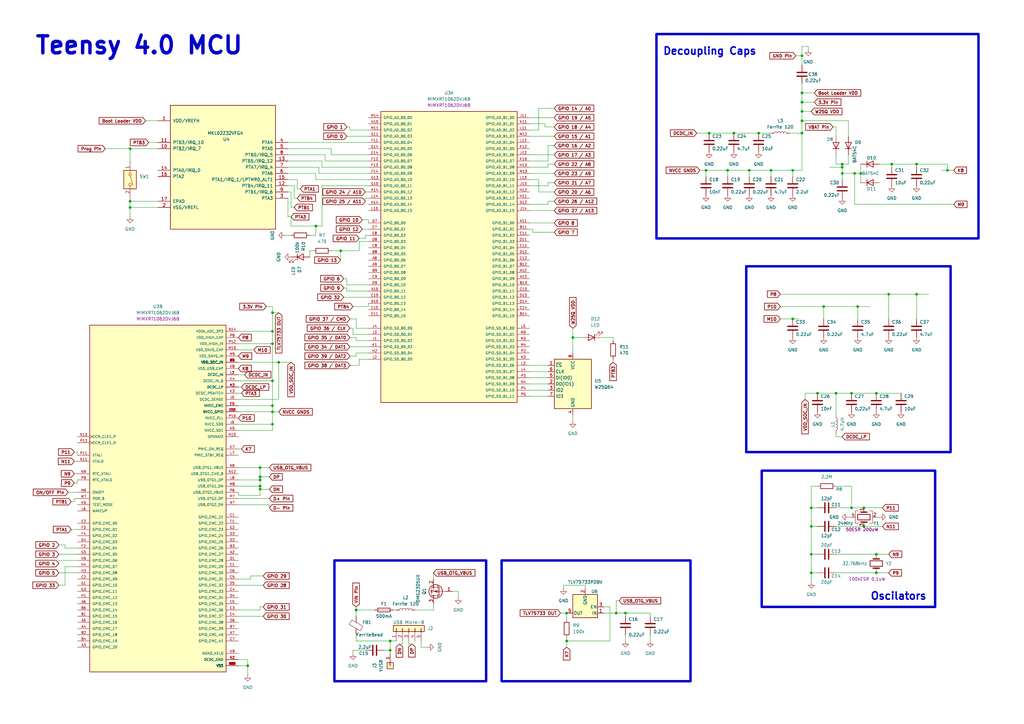
<source format=kicad_sch>
(kicad_sch (version 20230121) (generator eeschema)
  (paper "A3")
  (junction (at 290.83 54.61))
  (junction (at 111.76 135.89))
  (junction (at 353.06 71.12))
  (junction (at 354.33 215.9))
  (junction (at 388.62 69.85))
  (junction (at 53.34 85.09))
  (junction (at 106.68 195.58))
  (junction (at 354.33 208.28))
  (junction (at 337.82 125.73))
  (junction (at 328.93 38.1))
  (junction (at 359.41 227.33))
  (junction (at 106.68 191.77))
  (junction (at 375.92 120.65))
  (junction (at 146.05 250.19))
  (junction (at 289.56 69.85))
  (junction (at 328.93 45.72))
  (junction (at 106.68 196.85))
  (junction (at 160.02 266.7))
  (junction (at 328.93 41.91))
  (junction (at 351.79 125.73))
  (junction (at 345.44 71.12))
  (junction (at 111.76 166.37))
  (junction (at 365.76 67.31))
  (junction (at 53.34 60.96))
  (junction (at 316.23 69.85))
  (junction (at 111.76 156.21))
  (junction (at 364.49 120.65))
  (junction (at 298.45 69.85))
  (junction (at 232.41 251.46))
  (junction (at 160.02 262.89))
  (junction (at 106.68 199.39))
  (junction (at 375.92 67.31))
  (junction (at 256.54 251.46))
  (junction (at 252.73 251.46))
  (junction (at 111.76 168.91))
  (junction (at 111.76 173.99))
  (junction (at 350.52 71.12))
  (junction (at 349.25 161.29))
  (junction (at 332.74 227.33))
  (junction (at 311.15 54.61))
  (junction (at 345.44 67.31))
  (junction (at 129.54 92.71))
  (junction (at 106.68 200.66))
  (junction (at 332.74 215.9))
  (junction (at 307.34 69.85))
  (junction (at 342.9 161.29))
  (junction (at 328.93 22.86))
  (junction (at 332.74 234.95))
  (junction (at 111.76 128.27))
  (junction (at 349.25 208.28))
  (junction (at 325.12 130.81))
  (junction (at 359.41 234.95))
  (junction (at 114.3 148.59))
  (junction (at 345.44 68.58))
  (junction (at 53.34 82.55))
  (junction (at 111.76 140.97))
  (junction (at 332.74 208.28))
  (junction (at 328.93 54.61))
  (junction (at 328.93 49.53))
  (junction (at 139.7 102.87))
  (junction (at 300.99 54.61))
  (junction (at 359.41 161.29))
  (junction (at 234.95 138.43))
  (junction (at 101.6 273.05))
  (junction (at 325.12 69.85))
  (junction (at 232.41 262.89))
  (junction (at 335.28 161.29))
  (wire (pts (xy 111.76 173.99) (xy 111.76 168.91)))
  (wire (pts (xy 224.79 82.55) (xy 224.79 83.82)))
  (wire (pts (xy 375.92 67.31) (xy 388.62 67.31)))
  (wire (pts (xy 342.9 215.9) (xy 354.33 215.9)))
  (wire (pts (xy 354.33 215.9) (xy 361.95 215.9)))
  (wire (pts (xy 102.87 236.22) (xy 107.95 236.22)))
  (wire (pts (xy 266.7 260.35) (xy 266.7 262.89)))
  (wire (pts (xy 254 246.38) (xy 252.73 246.38)))
  (wire (pts (xy 106.68 200.66) (xy 106.68 199.39)))
  (wire (pts (xy 375.92 120.65) (xy 381 120.65)))
  (wire (pts (xy 160.02 267.97) (xy 160.02 266.7)))
  (wire (pts (xy 256.54 251.46) (xy 256.54 252.73)))
  (wire (pts (xy 29.21 205.74) (xy 30.48 205.74)))
  (wire (pts (xy 118.11 88.9) (xy 119.38 88.9)))
  (wire (pts (xy 342.9 161.29) (xy 342.9 170.18)))
  (wire (pts (xy 234.95 134.62) (xy 234.95 138.43)))
  (wire (pts (xy 110.49 204.47) (xy 97.79 204.47)))
  (wire (pts (xy 144.78 266.7) (xy 144.78 267.97)))
  (wire (pts (xy 26.67 240.03) (xy 24.13 240.03)))
  (wire (pts (xy 332.74 208.28) (xy 332.74 215.9)))
  (wire (pts (xy 266.7 251.46) (xy 266.7 252.73)))
  (wire (pts (xy 31.75 232.41) (xy 26.67 232.41)))
  (wire (pts (xy 351.79 125.73) (xy 356.87 125.73)))
  (wire (pts (xy 365.76 67.31) (xy 375.92 67.31)))
  (wire (pts (xy 128.27 102.87) (xy 127 102.87)))
  (wire (pts (xy 217.17 71.12) (xy 227.33 71.12)))
  (wire (pts (xy 139.7 102.87) (xy 139.7 106.68)))
  (wire (pts (xy 224.79 74.93) (xy 227.33 74.93)))
  (wire (pts (xy 232.41 251.46) (xy 232.41 254)))
  (wire (pts (xy 97.79 135.89) (xy 111.76 135.89)))
  (wire (pts (xy 347.98 67.31) (xy 347.98 63.5)))
  (wire (pts (xy 146.05 138.43) (xy 143.51 138.43)))
  (wire (pts (xy 133.35 63.5) (xy 133.35 66.04)))
  (wire (pts (xy 144.78 266.7) (xy 149.86 266.7)))
  (wire (pts (xy 163.83 264.16) (xy 165.1 264.16)))
  (wire (pts (xy 133.35 66.04) (xy 151.13 66.04)))
  (wire (pts (xy 364.49 120.65) (xy 364.49 130.81)))
  (wire (pts (xy 97.79 148.59) (xy 114.3 148.59)))
  (wire (pts (xy 53.34 82.55) (xy 64.77 82.55)))
  (wire (pts (xy 342.9 177.8) (xy 342.9 179.07)))
  (wire (pts (xy 26.67 223.52) (xy 24.13 223.52)))
  (wire (pts (xy 127 102.87) (xy 127 105.41)))
  (wire (pts (xy 220.98 53.34) (xy 220.98 44.45)))
  (wire (pts (xy 111.76 166.37) (xy 111.76 168.91)))
  (wire (pts (xy 345.44 67.31) (xy 345.44 68.58)))
  (wire (pts (xy 252.73 251.46) (xy 256.54 251.46)))
  (wire (pts (xy 26.67 224.79) (xy 26.67 223.52)))
  (wire (pts (xy 330.2 161.29) (xy 330.2 163.83)))
  (wire (pts (xy 349.25 199.39) (xy 342.9 199.39)))
  (wire (pts (xy 118.11 60.96) (xy 135.89 60.96)))
  (wire (pts (xy 326.39 22.86) (xy 328.93 22.86)))
  (wire (pts (xy 106.68 191.77) (xy 106.68 195.58)))
  (wire (pts (xy 129.54 73.66) (xy 151.13 73.66)))
  (wire (pts (xy 149.86 97.79) (xy 147.32 97.79)))
  (wire (pts (xy 140.97 121.92) (xy 151.13 121.92)))
  (wire (pts (xy 217.17 152.4) (xy 224.79 152.4)))
  (wire (pts (xy 104.14 143.51) (xy 97.79 143.51)))
  (wire (pts (xy 217.17 91.44) (xy 227.33 91.44)))
  (wire (pts (xy 151.13 137.16) (xy 144.78 137.16)))
  (wire (pts (xy 31.75 201.93) (xy 27.94 201.93)))
  (wire (pts (xy 129.54 71.12) (xy 129.54 73.66)))
  (wire (pts (xy 391.16 69.85) (xy 388.62 69.85)))
  (wire (pts (xy 110.49 200.66) (xy 106.68 200.66)))
  (wire (pts (xy 147.32 99.06) (xy 147.32 102.87)))
  (wire (pts (xy 151.13 76.2) (xy 132.08 76.2)))
  (wire (pts (xy 97.79 270.51) (xy 101.6 270.51)))
  (wire (pts (xy 170.18 250.19) (xy 177.8 250.19)))
  (wire (pts (xy 142.24 116.84) (xy 151.13 116.84)))
  (wire (pts (xy 345.44 71.12) (xy 345.44 73.66)))
  (wire (pts (xy 146.05 144.78) (xy 151.13 144.78)))
  (wire (pts (xy 354.33 208.28) (xy 361.95 208.28)))
  (wire (pts (xy 97.79 237.49) (xy 102.87 237.49)))
  (wire (pts (xy 218.44 95.25) (xy 218.44 93.98)))
  (wire (pts (xy 143.51 142.24) (xy 151.13 142.24)))
  (wire (pts (xy 217.17 66.04) (xy 224.79 66.04)))
  (wire (pts (xy 232.41 261.62) (xy 232.41 262.89)))
  (wire (pts (xy 151.13 91.44) (xy 151.13 90.17)))
  (wire (pts (xy 97.79 184.15) (xy 99.06 184.15)))
  (wire (pts (xy 106.68 200.66) (xy 106.68 203.2)))
  (wire (pts (xy 187.96 242.57) (xy 187.96 245.11)))
  (wire (pts (xy 342.9 67.31) (xy 345.44 67.31)))
  (wire (pts (xy 118.11 78.74) (xy 119.38 78.74)))
  (wire (pts (xy 111.76 176.53) (xy 111.76 173.99)))
  (wire (pts (xy 110.49 207.01) (xy 110.49 208.28)))
  (wire (pts (xy 332.74 215.9) (xy 332.74 227.33)))
  (wire (pts (xy 53.34 81.28) (xy 53.34 82.55)))
  (wire (pts (xy 147.32 149.86) (xy 147.32 147.32)))
  (wire (pts (xy 177.8 250.19) (xy 177.8 247.65)))
  (wire (pts (xy 97.79 161.29) (xy 99.06 161.29)))
  (wire (pts (xy 118.11 71.12) (xy 129.54 71.12)))
  (wire (pts (xy 121.92 73.66) (xy 121.92 77.47)))
  (wire (pts (xy 111.76 128.27) (xy 114.3 128.27)))
  (wire (pts (xy 217.17 48.26) (xy 227.33 48.26)))
  (wire (pts (xy 118.11 76.2) (xy 120.65 76.2)))
  (wire (pts (xy 217.17 63.5) (xy 227.33 63.5)))
  (wire (pts (xy 97.79 250.19) (xy 106.68 250.19)))
  (wire (pts (xy 328.93 38.1) (xy 328.93 41.91)))
  (wire (pts (xy 129.54 96.52) (xy 127 96.52)))
  (wire (pts (xy 345.44 67.31) (xy 347.98 67.31)))
  (wire (pts (xy 149.86 81.28) (xy 149.86 82.55)))
  (wire (pts (xy 224.79 59.69) (xy 227.33 59.69)))
  (wire (pts (xy 224.79 68.58) (xy 224.79 67.31)))
  (wire (pts (xy 135.89 102.87) (xy 139.7 102.87)))
  (wire (pts (xy 30.48 194.31) (xy 31.75 194.31)))
  (wire (pts (xy 342.9 63.5) (xy 342.9 67.31)))
  (wire (pts (xy 97.79 168.91) (xy 111.76 168.91)))
  (wire (pts (xy 132.08 92.71) (xy 129.54 92.71)))
  (wire (pts (xy 231.14 240.03) (xy 240.03 240.03)))
  (wire (pts (xy 340.36 68.58) (xy 345.44 68.58)))
  (wire (pts (xy 349.25 161.29) (xy 359.41 161.29)))
  (wire (pts (xy 325.12 69.85) (xy 325.12 72.39)))
  (wire (pts (xy 114.3 163.83) (xy 97.79 163.83)))
  (wire (pts (xy 217.17 162.56) (xy 224.79 162.56)))
  (wire (pts (xy 252.73 246.38) (xy 252.73 251.46)))
  (wire (pts (xy 119.38 92.71) (xy 119.38 88.9)))
  (wire (pts (xy 135.89 63.5) (xy 151.13 63.5)))
  (wire (pts (xy 359.41 227.33) (xy 364.49 227.33)))
  (wire (pts (xy 256.54 251.46) (xy 266.7 251.46)))
  (wire (pts (xy 350.52 83.82) (xy 391.16 83.82)))
  (wire (pts (xy 148.59 93.98) (xy 151.13 93.98)))
  (wire (pts (xy 43.18 60.96) (xy 53.34 60.96)))
  (wire (pts (xy 30.48 204.47) (xy 31.75 204.47)))
  (wire (pts (xy 53.34 85.09) (xy 53.34 88.9)))
  (wire (pts (xy 143.51 53.34) (xy 151.13 53.34)))
  (wire (pts (xy 132.08 68.58) (xy 151.13 68.58)))
  (wire (pts (xy 289.56 69.85) (xy 289.56 72.39)))
  (wire (pts (xy 26.67 232.41) (xy 26.67 240.03)))
  (wire (pts (xy 337.82 125.73) (xy 351.79 125.73)))
  (wire (pts (xy 114.3 148.59) (xy 114.3 163.83)))
  (wire (pts (xy 143.51 149.86) (xy 147.32 149.86)))
  (wire (pts (xy 298.45 69.85) (xy 298.45 72.39)))
  (wire (pts (xy 227.33 82.55) (xy 224.79 82.55)))
  (wire (pts (xy 172.72 262.89) (xy 172.72 265.43)))
  (wire (pts (xy 342.9 234.95) (xy 359.41 234.95)))
  (wire (pts (xy 139.7 102.87) (xy 147.32 102.87)))
  (wire (pts (xy 187.96 242.57) (xy 185.42 242.57)))
  (wire (pts (xy 146.05 139.7) (xy 146.05 138.43)))
  (wire (pts (xy 144.78 134.62) (xy 143.51 134.62)))
  (wire (pts (xy 250.19 262.89) (xy 250.19 248.92)))
  (wire (pts (xy 332.74 227.33) (xy 335.28 227.33)))
  (wire (pts (xy 119.38 96.52) (xy 116.84 96.52)))
  (wire (pts (xy 347.98 212.09) (xy 349.25 212.09)))
  (wire (pts (xy 328.93 45.72) (xy 328.93 49.53)))
  (wire (pts (xy 320.04 125.73) (xy 337.82 125.73)))
  (wire (pts (xy 342.9 179.07) (xy 345.44 179.07)))
  (wire (pts (xy 224.79 76.2) (xy 224.79 74.93)))
  (wire (pts (xy 146.05 146.05) (xy 146.05 144.78)))
  (wire (pts (xy 316.23 69.85) (xy 325.12 69.85)))
  (wire (pts (xy 165.1 262.89) (xy 165.1 264.16)))
  (wire (pts (xy 227.33 95.25) (xy 218.44 95.25)))
  (wire (pts (xy 106.68 248.92) (xy 107.95 248.92)))
  (wire (pts (xy 31.75 185.42) (xy 31.75 186.69)))
  (wire (pts (xy 142.24 118.11) (xy 142.24 119.38)))
  (wire (pts (xy 149.86 96.52) (xy 149.86 97.79)))
  (wire (pts (xy 337.82 125.73) (xy 337.82 130.81)))
  (wire (pts (xy 97.79 273.05) (xy 101.6 273.05)))
  (wire (pts (xy 146.05 250.19) (xy 146.05 252.73)))
  (wire (pts (xy 359.41 234.95) (xy 364.49 234.95)))
  (wire (pts (xy 121.92 77.47) (xy 123.19 77.47)))
  (wire (pts (xy 135.89 60.96) (xy 135.89 63.5)))
  (wire (pts (xy 24.13 231.14) (xy 24.13 229.87)))
  (wire (pts (xy 129.54 92.71) (xy 129.54 96.52)))
  (wire (pts (xy 106.68 196.85) (xy 106.68 199.39)))
  (wire (pts (xy 151.13 139.7) (xy 146.05 139.7)))
  (wire (pts (xy 111.76 140.97) (xy 111.76 156.21)))
  (wire (pts (xy 217.17 157.48) (xy 224.79 157.48)))
  (wire (pts (xy 167.64 262.89) (xy 167.64 264.16)))
  (wire (pts (xy 142.24 52.07) (xy 143.51 52.07)))
  (wire (pts (xy 328.93 41.91) (xy 334.01 41.91)))
  (wire (pts (xy 311.15 54.61) (xy 300.99 54.61)))
  (wire (pts (xy 100.33 153.67) (xy 97.79 153.67)))
  (wire (pts (xy 118.11 66.04) (xy 132.08 66.04)))
  (wire (pts (xy 217.17 149.86) (xy 224.79 149.86)))
  (wire (pts (xy 97.79 252.73) (xy 107.95 252.73)))
  (wire (pts (xy 328.93 19.05) (xy 328.93 22.86)))
  (wire (pts (xy 217.17 53.34) (xy 220.98 53.34)))
  (wire (pts (xy 335.28 199.39) (xy 332.74 199.39)))
  (wire (pts (xy 217.17 154.94) (xy 224.79 154.94)))
  (wire (pts (xy 106.68 250.19) (xy 106.68 248.92)))
  (wire (pts (xy 388.62 69.85) (xy 388.62 67.31)))
  (wire (pts (xy 251.46 138.43) (xy 251.46 139.7)))
  (wire (pts (xy 97.79 140.97) (xy 111.76 140.97)))
  (wire (pts (xy 353.06 67.31) (xy 353.06 71.12)))
  (wire (pts (xy 220.98 73.66) (xy 220.98 78.74)))
  (wire (pts (xy 106.68 199.39) (xy 97.79 199.39)))
  (wire (pts (xy 320.04 130.81) (xy 325.12 130.81)))
  (wire (pts (xy 118.11 63.5) (xy 133.35 63.5)))
  (wire (pts (xy 323.85 54.61) (xy 328.93 54.61)))
  (wire (pts (xy 232.41 262.89) (xy 250.19 262.89)))
  (wire (pts (xy 97.79 207.01) (xy 110.49 207.01)))
  (wire (pts (xy 111.76 135.89) (xy 111.76 140.97)))
  (wire (pts (xy 110.49 195.58) (xy 106.68 195.58)))
  (wire (pts (xy 285.75 54.61) (xy 290.83 54.61)))
  (wire (pts (xy 101.6 270.51) (xy 101.6 273.05)))
  (wire (pts (xy 251.46 147.32) (xy 251.46 148.59)))
  (wire (pts (xy 167.64 264.16) (xy 168.91 264.16)))
  (wire (pts (xy 223.52 52.07) (xy 227.33 52.07)))
  (wire (pts (xy 102.87 237.49) (xy 102.87 236.22)))
  (wire (pts (xy 320.04 120.65) (xy 364.49 120.65)))
  (wire (pts (xy 345.44 68.58) (xy 345.44 71.12)))
  (wire (pts (xy 97.79 158.75) (xy 99.06 158.75)))
  (wire (pts (xy 106.68 196.85) (xy 97.79 196.85)))
  (wire (pts (xy 328.93 41.91) (xy 328.93 45.72)))
  (wire (pts (xy 353.06 71.12) (xy 353.06 74.93)))
  (wire (pts (xy 146.05 260.35) (xy 146.05 262.89)))
  (wire (pts (xy 351.79 125.73) (xy 351.79 130.81)))
  (wire (pts (xy 119.38 85.09) (xy 120.65 85.09)))
  (wire (pts (xy 307.34 69.85) (xy 316.23 69.85)))
  (wire (pts (xy 335.28 161.29) (xy 342.9 161.29)))
  (wire (pts (xy 140.97 118.11) (xy 142.24 118.11)))
  (wire (pts (xy 331.47 19.05) (xy 328.93 19.05)))
  (wire (pts (xy 332.74 234.95) (xy 335.28 234.95)))
  (wire (pts (xy 350.52 71.12) (xy 353.06 71.12)))
  (wire (pts (xy 143.51 146.05) (xy 146.05 146.05)))
  (wire (pts (xy 316.23 69.85) (xy 316.23 72.39)))
  (wire (pts (xy 217.17 76.2) (xy 224.79 76.2)))
  (wire (pts (xy 31.75 196.85) (xy 31.75 198.12)))
  (wire (pts (xy 334.01 38.1) (xy 328.93 38.1)))
  (wire (pts (xy 97.79 176.53) (xy 111.76 176.53)))
  (wire (pts (xy 60.96 58.42) (xy 64.77 58.42)))
  (wire (pts (xy 347.98 49.53) (xy 328.93 49.53)))
  (wire (pts (xy 287.02 69.85) (xy 289.56 69.85)))
  (wire (pts (xy 232.41 262.89) (xy 232.41 265.43)))
  (wire (pts (xy 256.54 260.35) (xy 256.54 262.89)))
  (wire (pts (xy 64.77 60.96) (xy 53.34 60.96)))
  (wire (pts (xy 151.13 99.06) (xy 147.32 99.06)))
  (wire (pts (xy 106.68 195.58) (xy 106.68 196.85)))
  (wire (pts (xy 24.13 234.95) (xy 31.75 234.95)))
  (wire (pts (xy 342.9 208.28) (xy 349.25 208.28)))
  (wire (pts (xy 53.34 82.55) (xy 53.34 85.09)))
  (wire (pts (xy 97.79 203.2) (xy 97.79 201.93)))
  (wire (pts (xy 359.41 212.09) (xy 360.68 212.09)))
  (wire (pts (xy 375.92 67.31) (xy 375.92 68.58)))
  (wire (pts (xy 217.17 86.36) (xy 227.33 86.36)))
  (wire (pts (xy 177.8 234.95) (xy 177.8 237.49)))
  (wire (pts (xy 120.65 76.2) (xy 120.65 81.28)))
  (wire (pts (xy 31.75 189.23) (xy 30.48 189.23)))
  (wire (pts (xy 31.75 224.79) (xy 26.67 224.79)))
  (wire (pts (xy 111.76 125.73) (xy 111.76 128.27)))
  (wire (pts (xy 118.11 68.58) (xy 130.81 68.58)))
  (wire (pts (xy 328.93 26.67) (xy 328.93 22.86)))
  (wire (pts (xy 143.51 52.07) (xy 143.51 53.34)))
  (wire (pts (xy 29.21 217.17) (xy 31.75 217.17)))
  (wire (pts (xy 132.08 66.04) (xy 132.08 68.58)))
  (wire (pts (xy 151.13 134.62) (xy 146.05 134.62)))
  (wire (pts (xy 217.17 68.58) (xy 224.79 68.58)))
  (wire (pts (xy 229.87 251.46) (xy 232.41 251.46)))
  (wire (pts (xy 350.52 71.12) (xy 350.52 83.82)))
  (wire (pts (xy 111.76 125.73) (xy 109.22 125.73)))
  (wire (pts (xy 217.17 73.66) (xy 220.98 73.66)))
  (wire (pts (xy 97.79 166.37) (xy 111.76 166.37)))
  (wire (pts (xy 359.41 161.29) (xy 369.57 161.29)))
  (wire (pts (xy 114.3 148.59) (xy 119.38 148.59)))
  (wire (pts (xy 162.56 250.19) (xy 161.29 250.19)))
  (wire (pts (xy 217.17 55.88) (xy 227.33 55.88)))
  (wire (pts (xy 331.47 19.05) (xy 331.47 20.32)))
  (wire (pts (xy 157.48 266.7) (xy 160.02 266.7)))
  (wire (pts (xy 111.76 128.27) (xy 111.76 135.89)))
  (wire (pts (xy 220.98 44.45) (xy 227.33 44.45)))
  (wire (pts (xy 234.95 138.43) (xy 234.95 144.78)))
  (wire (pts (xy 341.63 52.07) (xy 342.9 52.07)))
  (wire (pts (xy 386.08 69.85) (xy 388.62 69.85)))
  (wire (pts (xy 97.79 240.03) (xy 107.95 240.03)))
  (wire (pts (xy 342.9 52.07) (xy 342.9 55.88)))
  (wire (pts (xy 342.9 161.29) (xy 349.25 161.29)))
  (wire (pts (xy 328.93 45.72) (xy 332.74 45.72)))
  (wire (pts (xy 24.13 229.87) (xy 31.75 229.87)))
  (wire (pts (xy 53.34 85.09) (xy 64.77 85.09)))
  (wire (pts (xy 349.25 199.39) (xy 349.25 208.28)))
  (wire (pts (xy 147.32 147.32) (xy 151.13 147.32)))
  (wire (pts (xy 224.79 67.31) (xy 227.33 67.31)))
  (wire (pts (xy 111.76 168.91) (xy 114.3 168.91)))
  (wire (pts (xy 118.11 81.28) (xy 118.11 88.9)))
  (wire (pts (xy 345.44 71.12) (xy 350.52 71.12)))
  (wire (pts (xy 332.74 208.28) (xy 335.28 208.28)))
  (wire (pts (xy 360.68 67.31) (xy 365.76 67.31)))
  (wire (pts (xy 330.2 161.29) (xy 335.28 161.29)))
  (wire (pts (xy 240.03 240.03) (xy 240.03 241.3)))
  (wire (pts (xy 342.9 227.33) (xy 359.41 227.33)))
  (wire (pts (xy 325.12 130.81) (xy 327.66 130.81)))
  (wire (pts (xy 106.68 191.77) (xy 110.49 191.77)))
  (wire (pts (xy 151.13 81.28) (xy 149.86 81.28)))
  (wire (pts (xy 148.59 90.17) (xy 151.13 90.17)))
  (wire (pts (xy 132.08 76.2) (xy 132.08 92.71)))
  (wire (pts (xy 97.79 156.21) (xy 111.76 156.21)))
  (wire (pts (xy 140.97 114.3) (xy 142.24 114.3)))
  (wire (pts (xy 142.24 119.38) (xy 151.13 119.38)))
  (wire (pts (xy 224.79 66.04) (xy 224.79 59.69)))
  (wire (pts (xy 149.86 78.74) (xy 151.13 78.74)))
  (wire (pts (xy 307.34 69.85) (xy 307.34 72.39)))
  (wire (pts (xy 247.65 251.46) (xy 252.73 251.46)))
  (wire (pts (xy 130.81 68.58) (xy 130.81 71.12)))
  (wire (pts (xy 151.13 125.73) (xy 151.13 124.46)))
  (wire (pts (xy 375.92 120.65) (xy 375.92 130.81)))
  (wire (pts (xy 129.54 92.71) (xy 119.38 92.71)))
  (wire (pts (xy 97.79 191.77) (xy 106.68 191.77)))
  (wire (pts (xy 111.76 156.21) (xy 111.76 166.37)))
  (wire (pts (xy 59.69 49.53) (xy 64.77 49.53)))
  (wire (pts (xy 118.11 73.66) (xy 121.92 73.66)))
  (wire (pts (xy 238.76 138.43) (xy 234.95 138.43)))
  (wire (pts (xy 300.99 54.61) (xy 290.83 54.61)))
  (wire (pts (xy 328.93 34.29) (xy 328.93 38.1)))
  (wire (pts (xy 118.11 58.42) (xy 151.13 58.42)))
  (wire (pts (xy 31.75 198.12) (xy 30.48 198.12)))
  (wire (pts (xy 328.93 49.53) (xy 328.93 54.61)))
  (wire (pts (xy 347.98 55.88) (xy 347.98 49.53)))
  (wire (pts (xy 250.19 248.92) (xy 247.65 248.92)))
  (wire (pts (xy 231.14 241.3) (xy 231.14 240.03)))
  (wire (pts (xy 146.05 262.89) (xy 160.02 262.89)))
  (wire (pts (xy 332.74 234.95) (xy 332.74 238.76)))
  (wire (pts (xy 223.52 50.8) (xy 223.52 52.07)))
  (wire (pts (xy 151.13 96.52) (xy 149.86 96.52)))
  (wire (pts (xy 172.72 265.43) (xy 175.26 265.43)))
  (wire (pts (xy 119.38 78.74) (xy 119.38 85.09)))
  (wire (pts (xy 224.79 83.82) (xy 217.17 83.82)))
  (wire (pts (xy 97.79 173.99) (xy 111.76 173.99)))
  (wire (pts (xy 142.24 114.3) (xy 142.24 116.84)))
  (wire (pts (xy 220.98 78.74) (xy 227.33 78.74)))
  (wire (pts (xy 234.95 170.18) (xy 234.95 172.72)))
  (wire (pts (xy 289.56 69.85) (xy 298.45 69.85)))
  (wire (pts (xy 30.48 205.74) (xy 30.48 204.47)))
  (wire (pts (xy 101.6 273.05) (xy 101.6 276.86)))
  (wire (pts (xy 311.15 54.61) (xy 316.23 54.61)))
  (wire (pts (xy 146.05 130.81) (xy 143.51 130.81)))
  (wire (pts (xy 332.74 227.33) (xy 332.74 234.95)))
  (wire (pts (xy 97.79 203.2) (xy 106.68 203.2)))
  (wire (pts (xy 53.34 60.96) (xy 53.34 66.04)))
  (wire (pts (xy 217.17 160.02) (xy 224.79 160.02)))
  (wire (pts (xy 146.05 250.19) (xy 153.67 250.19)))
  (wire (pts (xy 160.02 262.89) (xy 160.02 266.7)))
  (wire (pts (xy 146.05 134.62) (xy 146.05 130.81)))
  (wire (pts (xy 365.76 67.31) (xy 365.76 68.58)))
  (wire (pts (xy 349.25 208.28) (xy 354.33 208.28)))
  (wire (pts (xy 217.17 50.8) (xy 223.52 50.8)))
  (wire (pts (xy 144.78 125.73) (xy 151.13 125.73)))
  (wire (pts (xy 120.65 81.28) (xy 121.92 81.28)))
  (wire (pts (xy 146.05 250.19) (xy 146.05 248.92)))
  (wire (pts (xy 30.48 185.42) (xy 31.75 185.42)))
  (wire (pts (xy 332.74 199.39) (xy 332.74 208.28)))
  (wire (pts (xy 246.38 138.43) (xy 251.46 138.43)))
  (wire (pts (xy 218.44 93.98) (xy 217.17 93.98)))
  (wire (pts (xy 328.93 54.61) (xy 328.93 69.85)))
  (wire (pts (xy 144.78 137.16) (xy 144.78 134.62)))
  (wire (pts (xy 142.24 55.88) (xy 151.13 55.88)))
  (wire (pts (xy 160.02 262.89) (xy 162.56 262.89)))
  (wire (pts (xy 130.81 71.12) (xy 151.13 71.12)))
  (wire (pts (xy 24.13 227.33) (xy 31.75 227.33)))
  (wire (pts (xy 298.45 69.85) (xy 307.34 69.85)))
  (wire (pts (xy 332.74 215.9) (xy 335.28 215.9)))
  (wire (pts (xy 364.49 120.65) (xy 375.92 120.65)))
  (wire (pts (xy 325.12 69.85) (xy 328.93 69.85)))
  (rectangle (start 137.16 229.87) (end 199.39 279.4) (stroke (width 1)))
  (rectangle (start 269.24 13.97) (end 401.32 97.79) (stroke (width 1)))
  (rectangle (start 312.42 193.04) (end 383.54 248.92) (stroke (width 1)))
  (rectangle (start 306.07 109.22) (end 389.89 185.42) (stroke (width 1)))
  (rectangle (start 205.74 229.87) (end 283.21 279.4) (stroke (width 1)))
  (text "Decoupling Caps\n" (at 271.78 22.86 0) (effects (font (size 3 3) bold) (justify left bottom)))
  (text "Oscilators" (at 356.87 246.38 0) (effects (font (size 3 3) bold) (justify left bottom)))
  (text "Teensy 4.0 MCU\n" (at 13.97 22.86 0) (effects (font (size 7 7) (thickness 1.4) bold) (justify left bottom)))
  (global_label "GPIO 9" (shape input) (at 140.97 118.11 180) (effects (font bold)) (property "Intersheetrefs" "${INTERSHEET_REFS}" (effects hide)))
  (global_label "PTB1" (shape input) (at 29.21 205.74 180) (effects (font bold)) (property "Intersheetrefs" "${INTERSHEET_REFS}" (effects hide)))
  (global_label "PTB3" (shape input) (at 60.96 58.42 180) (effects (font bold)) (property "Intersheetrefs" "${INTERSHEET_REFS}" (effects hide)))
  (global_label "K8" (shape input) (at 391.16 69.85 0) (effects (font bold)) (property "Intersheetrefs" "${INTERSHEET_REFS}" (effects hide)))
  (global_label "P11" (shape input) (at 30.48 185.42 180) (effects (font bold)) (property "Intersheetrefs" "${INTERSHEET_REFS}" (effects hide)))
  (global_label "M10" (shape input) (at 320.04 130.81 180) (effects (font bold)) (property "Intersheetrefs" "${INTERSHEET_REFS}" (effects hide)))
  (global_label "PTB1" (shape input) (at 120.65 85.09 0) (effects (font bold)) (property "Intersheetrefs" "${INTERSHEET_REFS}" (effects hide)))
  (global_label "Boot Loader VDD" (shape input) (at 59.69 49.53 180) (effects (font bold)) (property "Intersheetrefs" "${INTERSHEET_REFS}" (effects hide)))
  (global_label "PTA3" (shape input) (at 99.06 161.29 0) (effects (font bold)) (property "Intersheetrefs" "${INTERSHEET_REFS}" (effects hide)))
  (global_label "GPIO 3" (shape input) (at 24.13 227.33 180) (effects (font bold)) (property "Intersheetrefs" "${INTERSHEET_REFS}" (effects hide)))
  (global_label "GPIO 31" (shape input) (at 107.95 248.92 0) (effects (font bold)) (property "Intersheetrefs" "${INTERSHEET_REFS}" (effects hide)))
  (global_label "N11" (shape input) (at 361.95 215.9 0) (effects (font bold)) (property "Intersheetrefs" "${INTERSHEET_REFS}" (effects hide)))
  (global_label "3.3V Pin" (shape input) (at 334.01 41.91 0) (effects (font bold)) (property "Intersheetrefs" "${INTERSHEET_REFS}" (effects hide)))
  (global_label "GPIO 25 {slash} A11" (shape input) (at 149.86 82.55 180) (effects (font bold)) (property "Intersheetrefs" "${INTERSHEET_REFS}" (effects hide)))
  (global_label "GPIO 21 {slash} A7" (shape input) (at 227.33 74.93 0) (effects (font bold)) (property "Intersheetrefs" "${INTERSHEET_REFS}" (effects hide)))
  (global_label "K7" (shape input) (at 99.06 184.15 0) (effects (font bold)) (property "Intersheetrefs" "${INTERSHEET_REFS}" (effects hide)))
  (global_label "M9" (shape input) (at 391.16 83.82 0) (effects (font bold)) (property "Intersheetrefs" "${INTERSHEET_REFS}" (effects hide)))
  (global_label "GPIO 1" (shape input) (at 142.24 52.07 180) (effects (font bold)) (property "Intersheetrefs" "${INTERSHEET_REFS}" (effects hide)))
  (global_label "GPIO 27 {slash} A13" (shape input) (at 227.33 86.36 0) (effects (font bold)) (property "Intersheetrefs" "${INTERSHEET_REFS}" (effects hide)))
  (global_label "GPIO 36 {slash} CLK" (shape input) (at 143.51 134.62 180) (effects (font bold)) (property "Intersheetrefs" "${INTERSHEET_REFS}" (effects hide)))
  (global_label "GPIO 38 {slash} DAT3" (shape input) (at 143.51 149.86 180) (effects (font bold)) (property "Intersheetrefs" "${INTERSHEET_REFS}" (effects hide)))
  (global_label "DCDC_IN" (shape input) (at 285.75 54.61 180) (effects (font bold)) (property "Intersheetrefs" "${INTERSHEET_REFS}" (effects hide)))
  (global_label "DN" (shape input) (at 110.49 200.66 0) (effects (font bold)) (property "Intersheetrefs" "${INTERSHEET_REFS}" (effects hide)))
  (global_label "ON{slash}OFF Pin" (shape input) (at 27.94 201.93 180) (effects (font bold)) (property "Intersheetrefs" "${INTERSHEET_REFS}" (effects hide)))
  (global_label "TLV75733 OUT" (shape input) (at 229.87 251.46 180) (effects (font bold)) (property "Intersheetrefs" "${INTERSHEET_REFS}" (effects hide)))
  (global_label "PTB4" (shape input) (at 144.78 125.73 180) (effects (font bold)) (property "Intersheetrefs" "${INTERSHEET_REFS}" (effects hide)))
  (global_label "GPIO 34 {slash} DAT1" (shape input) (at 143.51 142.24 180) (effects (font bold)) (property "Intersheetrefs" "${INTERSHEET_REFS}" (effects hide)))
  (global_label "USB_OTG_VBUS" (shape input) (at 254 246.38 0) (effects (font bold)) (property "Intersheetrefs" "${INTERSHEET_REFS}" (effects hide)))
  (global_label "DCDC_IN" (shape input) (at 100.33 153.67 0) (effects (font bold)) (property "Intersheetrefs" "${INTERSHEET_REFS}" (effects hide)))
  (global_label "GPIO 13" (shape input) (at 139.7 106.68 180) (effects (font bold)) (property "Intersheetrefs" "${INTERSHEET_REFS}" (effects hide)))
  (global_label "GPIO 11" (shape input) (at 147.32 97.79 180) (effects (font bold)) (property "Intersheetrefs" "${INTERSHEET_REFS}" (effects hide)))
  (global_label "VDD_SOC_IN" (shape input) (at 119.38 148.59 270) (effects (font bold)) (property "Intersheetrefs" "${INTERSHEET_REFS}" (effects hide)))
  (global_label "TLV75733 OUT" (shape input) (at 114.3 128.27 270) (effects (font bold)) (property "Intersheetrefs" "${INTERSHEET_REFS}" (effects hide)))
  (global_label "GPIO 0" (shape input) (at 142.24 55.88 180) (effects (font bold)) (property "Intersheetrefs" "${INTERSHEET_REFS}" (effects hide)))
  (global_label "GPIO 26 {slash} A12" (shape input) (at 227.33 82.55 0) (effects (font bold)) (property "Intersheetrefs" "${INTERSHEET_REFS}" (effects hide)))
  (global_label "PTA3" (shape input) (at 119.38 88.9 0) (effects (font bold)) (property "Intersheetrefs" "${INTERSHEET_REFS}" (effects hide)))
  (global_label "VDD_SOC_IN" (shape input) (at 330.2 163.83 270) (effects (font bold)) (property "Intersheetrefs" "${INTERSHEET_REFS}" (effects hide)))
  (global_label "GPIO 29" (shape input) (at 107.95 236.22 0) (effects (font bold)) (property "Intersheetrefs" "${INTERSHEET_REFS}" (effects hide)))
  (global_label "GPIO 15 {slash} A1" (shape input) (at 227.33 55.88 0) (effects (font bold)) (property "Intersheetrefs" "${INTERSHEET_REFS}" (effects hide)))
  (global_label "DP" (shape input) (at 110.49 195.58 0) (effects (font bold)) (property "Intersheetrefs" "${INTERSHEET_REFS}" (effects hide)))
  (global_label "P11" (shape input) (at 361.95 208.28 0) (effects (font bold)) (property "Intersheetrefs" "${INTERSHEET_REFS}" (effects hide)))
  (global_label "GPIO 7" (shape input) (at 227.33 95.25 0) (effects (font bold)) (property "Intersheetrefs" "${INTERSHEET_REFS}" (effects hide)))
  (global_label "PTB4" (shape input) (at 121.92 81.28 0) (effects (font bold)) (property "Intersheetrefs" "${INTERSHEET_REFS}" (effects hide)))
  (global_label "GPIO 10" (shape input) (at 148.59 90.17 180) (effects (font bold)) (property "Intersheetrefs" "${INTERSHEET_REFS}" (effects hide)))
  (global_label "P10" (shape input) (at 97.79 171.45 0) (effects (font bold)) (property "Intersheetrefs" "${INTERSHEET_REFS}" (effects hide)))
  (global_label "GPIO 20 {slash} A6" (shape input) (at 227.33 78.74 0) (effects (font bold)) (property "Intersheetrefs" "${INTERSHEET_REFS}" (effects hide)))
  (global_label "GPIO 4" (shape input) (at 24.13 231.14 180) (effects (font bold)) (property "Intersheetrefs" "${INTERSHEET_REFS}" (effects hide)))
  (global_label "GPIO 14 {slash} A0" (shape input) (at 227.33 44.45 0) (effects (font bold)) (property "Intersheetrefs" "${INTERSHEET_REFS}" (effects hide)))
  (global_label "DCDC_LP" (shape input) (at 99.06 158.75 0) (effects (font bold)) (property "Intersheetrefs" "${INTERSHEET_REFS}" (effects hide)))
  (global_label "NVCC GNDS" (shape input) (at 287.02 69.85 180) (effects (font bold)) (property "Intersheetrefs" "${INTERSHEET_REFS}" (effects hide)))
  (global_label "N9" (shape input) (at 30.48 194.31 180) (effects (font bold)) (property "Intersheetrefs" "${INTERSHEET_REFS}" (effects hide)))
  (global_label "GPIO 35 {slash} DAT0" (shape input) (at 143.51 138.43 180) (effects (font bold)) (property "Intersheetrefs" "${INTERSHEET_REFS}" (effects hide)))
  (global_label "GPIO 30" (shape input) (at 107.95 252.73 0) (effects (font bold)) (property "Intersheetrefs" "${INTERSHEET_REFS}" (effects hide)))
  (global_label "K7" (shape input) (at 232.41 265.43 270) (effects (font bold)) (property "Intersheetrefs" "${INTERSHEET_REFS}" (effects hide)))
  (global_label "GPIO 24 {slash} A10" (shape input) (at 149.86 78.74 180) (effects (font bold)) (property "Intersheetrefs" "${INTERSHEET_REFS}" (effects hide)))
  (global_label "NVCC GNDS" (shape input) (at 114.3 168.91 0) (effects (font bold)) (property "Intersheetrefs" "${INTERSHEET_REFS}" (effects hide)))
  (global_label "GND Pin" (shape input) (at 326.39 22.86 180) (effects (font bold)) (property "Intersheetrefs" "${INTERSHEET_REFS}" (effects hide)))
  (global_label "W25Q VDD" (shape input) (at 332.74 45.72 0) (effects (font bold)) (property "Intersheetrefs" "${INTERSHEET_REFS}" (effects hide)))
  (global_label "VIN Pin" (shape input) (at 146.05 248.92 90) (effects (font bold)) (property "Intersheetrefs" "${INTERSHEET_REFS}" (effects hide)))
  (global_label "GPIO 2" (shape input) (at 24.13 223.52 180) (effects (font bold)) (property "Intersheetrefs" "${INTERSHEET_REFS}" (effects hide)))
  (global_label "USB_OTG_VBUS" (shape input) (at 110.49 191.77 0) (effects (font bold)) (property "Intersheetrefs" "${INTERSHEET_REFS}" (effects hide)))
  (global_label "USB_OTG_VBUS" (shape input) (at 177.8 234.95 0) (effects (font bold)) (property "Intersheetrefs" "${INTERSHEET_REFS}" (effects hide)))
  (global_label "GPIO 23 {slash} A9" (shape input) (at 227.33 71.12 0) (effects (font bold)) (property "Intersheetrefs" "${INTERSHEET_REFS}" (effects hide)))
  (global_label "N9" (shape input) (at 364.49 227.33 0) (effects (font bold)) (property "Intersheetrefs" "${INTERSHEET_REFS}" (effects hide)))
  (global_label "GPIO 28" (shape input) (at 107.95 240.03 0) (effects (font bold)) (property "Intersheetrefs" "${INTERSHEET_REFS}" (effects hide)))
  (global_label "DN" (shape input) (at 163.83 264.16 270) (effects (font bold)) (property "Intersheetrefs" "${INTERSHEET_REFS}" (effects hide)))
  (global_label "M10" (shape input) (at 104.14 143.51 0) (effects (font bold)) (property "Intersheetrefs" "${INTERSHEET_REFS}" (effects hide)))
  (global_label "GPIO 8" (shape input) (at 227.33 91.44 0) (effects (font bold)) (property "Intersheetrefs" "${INTERSHEET_REFS}" (effects hide)))
  (global_label "GPIO 5" (shape input) (at 24.13 234.95 180) (effects (font bold)) (property "Intersheetrefs" "${INTERSHEET_REFS}" (effects hide)))
  (global_label "P9" (shape input) (at 30.48 198.12 180) (effects (font bold)) (property "Intersheetrefs" "${INTERSHEET_REFS}" (effects hide)))
  (global_label "W25Q VDD" (shape input) (at 234.95 134.62 90) (effects (font bold)) (property "Intersheetrefs" "${INTERSHEET_REFS}" (effects hide)))
  (global_label "GPIO 32" (shape input) (at 140.97 121.92 180) (effects (font bold)) (property "Intersheetrefs" "${INTERSHEET_REFS}" (effects hide)))
  (global_label "VBAT Pin" (shape input) (at 341.63 52.07 180) (effects (font bold)) (property "Intersheetrefs" "${INTERSHEET_REFS}" (effects hide)))
  (global_label "N11" (shape input) (at 30.48 189.23 180) (effects (font bold)) (property "Intersheetrefs" "${INTERSHEET_REFS}" (effects hide)))
  (global_label "PTA1" (shape input) (at 29.21 217.17 180) (effects (font bold)) (property "Intersheetrefs" "${INTERSHEET_REFS}" (effects hide)))
  (global_label "M9" (shape input) (at 97.79 146.05 0) (effects (font bold)) (property "Intersheetrefs" "${INTERSHEET_REFS}" (effects hide)))
  (global_label "GPIO 19 {slash} A5" (shape input) (at 227.33 48.26 0) (effects (font bold)) (property "Intersheetrefs" "${INTERSHEET_REFS}" (effects hide)))
  (global_label "Boot Loader VDD" (shape input) (at 334.01 38.1 0) (effects (font bold)) (property "Intersheetrefs" "${INTERSHEET_REFS}" (effects hide)))
  (global_label "GPIO 33" (shape input) (at 24.13 240.03 180) (effects (font bold)) (property "Intersheetrefs" "${INTERSHEET_REFS}" (effects hide)))
  (global_label "GPIO 17 {slash} A3" (shape input) (at 227.33 63.5 0) (effects (font bold)) (property "Intersheetrefs" "${INTERSHEET_REFS}" (effects hide)))
  (global_label "Prog Pin" (shape input) (at 43.18 60.96 180) (effects (font bold)) (property "Intersheetrefs" "${INTERSHEET_REFS}" (effects hide)))
  (global_label "3.3V Pin" (shape input) (at 109.22 125.73 180) (effects (font bold)) (property "Intersheetrefs" "${INTERSHEET_REFS}" (effects hide)))
  (global_label "DP" (shape input) (at 168.91 264.16 270) (effects (font bold)) (property "Intersheetrefs" "${INTERSHEET_REFS}" (effects hide)))
  (global_label "PTA1" (shape input) (at 123.19 77.47 0) (effects (font bold)) (property "Intersheetrefs" "${INTERSHEET_REFS}" (effects hide)))
  (global_label "D- Pin" (shape input) (at 110.49 208.28 0) (effects (font bold)) (property "Intersheetrefs" "${INTERSHEET_REFS}" (effects hide)))
  (global_label "GPIO 39 {slash} DAT2" (shape input) (at 143.51 146.05 180) (effects (font bold)) (property "Intersheetrefs" "${INTERSHEET_REFS}" (effects hide)))
  (global_label "GPIO 16 {slash} A2" (shape input) (at 227.33 59.69 0) (effects (font bold)) (property "Intersheetrefs" "${INTERSHEET_REFS}" (effects hide)))
  (global_label "GPIO 6" (shape input) (at 140.97 114.3 180) (effects (font bold)) (property "Intersheetrefs" "${INTERSHEET_REFS}" (effects hide)))
  (global_label "GPIO 22 {slash} A8" (shape input) (at 227.33 67.31 0) (effects (font bold)) (property "Intersheetrefs" "${INTERSHEET_REFS}" (effects hide)))
  (global_label "PTB3" (shape input) (at 251.46 148.59 270) (effects (font bold)) (property "Intersheetrefs" "${INTERSHEET_REFS}" (effects hide)))
  (global_label "D+ Pin" (shape input) (at 110.49 204.47 0) (effects (font bold)) (property "Intersheetrefs" "${INTERSHEET_REFS}" (effects hide)))
  (global_label "DCDC_LP" (shape input) (at 345.44 179.07 0) (effects (font bold)) (property "Intersheetrefs" "${INTERSHEET_REFS}" (effects hide)))
  (global_label "GPIO 37 {slash} CMD" (shape input) (at 143.51 130.81 180) (effects (font bold)) (property "Intersheetrefs" "${INTERSHEET_REFS}" (effects hide)))
  (global_label "P8" (shape input) (at 97.79 138.43 0) (effects (font bold)) (property "Intersheetrefs" "${INTERSHEET_REFS}" (effects hide)))
  (global_label "P9" (shape input) (at 364.49 234.95 0) (effects (font bold)) (property "Intersheetrefs" "${INTERSHEET_REFS}" (effects hide)))
  (global_label "P8" (shape input) (at 320.04 120.65 180) (effects (font bold)) (property "Intersheetrefs" "${INTERSHEET_REFS}" (effects hide)))
  (global_label "GPIO 12" (shape input) (at 148.59 93.98 180) (effects (font bold)) (property "Intersheetrefs" "${INTERSHEET_REFS}" (effects hide)))
  (global_label "K8" (shape input) (at 97.79 151.13 0) (effects (font bold)) (property "Intersheetrefs" "${INTERSHEET_REFS}" (effects hide)))
  (global_label "GPIO 18 {slash} A4" (shape input) (at 227.33 52.07 0) (effects (font bold)) (property "Intersheetrefs" "${INTERSHEET_REFS}" (effects hide)))
  (global_label "P10" (shape input) (at 320.04 125.73 180) (effects (font bold)) (property "Intersheetrefs" "${INTERSHEET_REFS}" (effects hide)))
  (symbol (lib_id "Memory_Flash:W25Q32JVSS") (at 234.95 157.48 0) (unit 1)
    (property "Reference" "U5" (at 243.84 156.21 0) (effects (justify left)))
    (property "Value" "W25Q64" (at 243.84 158.75 0) (effects (justify left)))
    (property "Footprint" "Package_SO:SOIC-8_5.23x5.23mm_P1.27mm" (effects hide))
    (property "Datasheet" "http://www.winbond.com/resource-files/w25q32jv%20revg%2003272018%20plus.pdf" (effects hide))
  )
  (symbol (lib_id "Device:C") (at 307.34 76.2 0) (unit 1)
    (property "Reference" "C20" (at 308.61 73.66 0) (effects (justify left)))
    (property "Value" "0.22uF" (at 308.61 78.74 0) (effects (justify left)))
    (property "Footprint" "Capacitor_SMD:C_0201_0603Metric_Pad0.64x0.40mm_HandSolder" (effects hide))
  )
  (symbol (lib_id "Device:C") (at 375.92 72.39 0) (unit 1)
    (property "Reference" "C32" (at 377.19 69.85 0) (effects (justify left)))
    (property "Value" "0.22uF" (at 377.19 74.93 0) (effects (justify left)))
    (property "Footprint" "Capacitor_SMD:C_0201_0603Metric_Pad0.64x0.40mm_HandSolder" (effects hide))
  )
  (symbol (lib_id "power:GND") (at 325.12 138.43 0) (unit 1)
    (property "Reference" "#PWR035" (effects hide))
    (property "Value" "GND" (at 325.12 143.51 0))
  )
  (symbol (lib_id "power:GND") (at 187.96 245.11 0) (unit 1)
    (property "Reference" "#PWR022" (effects hide))
    (property "Value" "GND" (at 187.96 250.19 0))
  )
  (symbol (lib_id "Device:D") (at 356.87 74.93 0) (unit 1)
    (property "Reference" "D11" (at 359.41 77.47 0) (effects (justify right)))
    (property "Value" "BAT54C" (at 360.68 71.12 0) (effects (justify right)))
    (property "Footprint" "Package_TO_SOT_SMD:SOT-23" (effects hide))
    (property "Sim.Device" "D" (effects hide))
    (property "Sim.Pins" "1=K 2=A" (effects hide))
  )
  (symbol (lib_id "power:GND") (at 360.68 212.09 90) (unit 1)
    (property "Reference" "#PWR067" (effects hide))
    (property "Value" "GND" (at 364.49 212.09 90) (effects (justify right)))
  )
  (symbol (lib_id "Device:D") (at 347.98 59.69 90) (unit 1)
    (property "Reference" "D9" (at 350.52 58.42 90) (effects (justify right)))
    (property "Value" "BAT54C" (at 350.52 59.69 0) (effects (justify right)))
    (property "Footprint" "Package_TO_SOT_SMD:SOT-23" (effects hide))
    (property "Sim.Device" "D" (effects hide))
    (property "Sim.Pins" "1=K 2=A" (effects hide))
  )
  (symbol (lib_id "power:GND") (at 359.41 168.91 0) (unit 1)
    (property "Reference" "#PWR025" (effects hide))
    (property "Value" "GND" (at 359.41 173.99 0))
  )
  (symbol (lib_id "power:GND") (at 345.44 81.28 0) (unit 1)
    (property "Reference" "#PWR032" (effects hide))
    (property "Value" "GND" (at 345.44 86.36 0))
  )
  (symbol (lib_id "Device:C") (at 298.45 76.2 0) (unit 1)
    (property "Reference" "C19" (at 299.72 73.66 0) (effects (justify left)))
    (property "Value" "0.22uF" (at 299.72 78.74 0) (effects (justify left)))
    (property "Footprint" "Capacitor_SMD:C_0201_0603Metric_Pad0.64x0.40mm_HandSolder" (effects hide))
  )
  (symbol (lib_id "Device:C") (at 345.44 77.47 0) (unit 1)
    (property "Reference" "C30" (at 340.36 74.93 0) (effects (justify left)))
    (property "Value" "0.22uF" (at 337.82 80.01 0) (effects (justify left)))
    (property "Footprint" "Capacitor_SMD:C_0201_0603Metric_Pad0.64x0.40mm_HandSolder" (effects hide))
  )
  (symbol (lib_id "MCU_NXP_Kinetis:MKL02Z32VFG4") (at 97.79 104.14 0) (unit 1)
    (property "Reference" "U4" (at 91.44 57.15 0) (effects (justify left)))
    (property "Value" "MKL02Z32VFG4" (at 85.09 54.61 0) (effects (justify left)))
    (property "Footprint" "Package_DFN_QFN:QFN-16-1EP_3x3mm_P0.5mm_EP1.9x1.9mm" (effects hide))
    (property "Datasheet" "http://www.nxp.com/docs/en/data-sheet/KL02P32M48SF0.pdf" (effects hide))
  )
  (symbol (lib_id "Device:LED") (at 242.57 138.43 180) (unit 1)
    (property "Reference" "D12" (at 244.1575 130.81 0))
    (property "Value" "LED" (at 244.1575 133.35 0))
    (property "Footprint" "Diode_SMD:D_1206_3216Metric" (effects hide))
  )
  (symbol (lib_id "power:GND") (at 364.49 138.43 0) (unit 1)
    (property "Reference" "#PWR038" (effects hide))
    (property "Value" "GND" (at 364.49 143.51 0))
  )
  (symbol (lib_id "power:GND") (at 365.76 76.2 0) (unit 1)
    (property "Reference" "#PWR033" (effects hide))
    (property "Value" "GND" (at 365.76 81.28 0))
  )
  (symbol (lib_id "power:GND") (at 349.25 168.91 0) (unit 1)
    (property "Reference" "#PWR024" (effects hide))
    (property "Value" "GND" (at 349.25 173.99 0))
  )
  (symbol (lib_id "power:GND") (at 325.12 80.01 0) (unit 1)
    (property "Reference" "#PWR021" (effects hide))
    (property "Value" "GND" (at 325.12 85.09 0))
  )
  (symbol (lib_id "Device:C") (at 289.56 76.2 0) (unit 1)
    (property "Reference" "C18" (at 290.83 73.66 0) (effects (justify left)))
    (property "Value" "10nF" (at 290.83 78.74 0) (effects (justify left)))
    (property "Footprint" "Capacitor_SMD:C_0201_0603Metric_Pad0.64x0.40mm_HandSolder" (effects hide))
  )
  (symbol (lib_id "power:GND") (at 307.34 80.01 0) (unit 1)
    (property "Reference" "#PWR019" (effects hide))
    (property "Value" "GND" (at 307.34 85.09 0))
  )
  (symbol (lib_id "Device:Fuse") (at 157.48 250.19 90) (unit 1)
    (property "Reference" "F1" (at 157.48 247.65 90))
    (property "Value" "500mA" (at 157.48 252.73 90))
  )
  (symbol (lib_id "Device:L") (at 166.37 250.19 90) (unit 1)
    (property "Reference" "L2" (at 166.37 245.11 90))
    (property "Value" "Ferrite 120" (at 166.37 247.65 90))
  )
  (symbol (lib_id "Device:C") (at 365.76 72.39 0) (unit 1)
    (property "Reference" "C31" (at 367.03 69.85 0) (effects (justify left)))
    (property "Value" "10uF" (at 367.03 74.93 0) (effects (justify left)))
    (property "Footprint" "Capacitor_SMD:C_0201_0603Metric_Pad0.64x0.40mm_HandSolder" (effects hide))
  )
  (symbol (lib_id "power:GND") (at 290.83 62.23 0) (unit 1)
    (property "Reference" "#PWR027" (effects hide))
    (property "Value" "GND" (at 290.83 67.31 0))
  )
  (symbol (lib_id "Device:C") (at 351.79 134.62 0) (unit 1)
    (property "Reference" "C35" (at 353.06 132.08 0) (effects (justify left)))
    (property "Value" "4.7uF" (at 353.06 137.16 0) (effects (justify left)))
    (property "Footprint" "Capacitor_SMD:C_0201_0603Metric_Pad0.64x0.40mm_HandSolder" (effects hide))
  )
  (symbol (lib_id "Device:C") (at 325.12 134.62 0) (unit 1)
    (property "Reference" "C33" (at 326.39 132.08 0) (effects (justify left)))
    (property "Value" "0.22uF" (at 326.39 137.16 0) (effects (justify left)))
    (property "Footprint" "Capacitor_SMD:C_0201_0603Metric_Pad0.64x0.40mm_HandSolder" (effects hide))
  )
  (symbol (lib_id "power:GND") (at 289.56 80.01 0) (unit 1)
    (property "Reference" "#PWR017" (effects hide))
    (property "Value" "GND" (at 289.56 85.09 0))
  )
  (symbol (lib_id "Device:C") (at 375.92 134.62 0) (unit 1)
    (property "Reference" "C37" (at 377.19 132.08 0) (effects (justify left)))
    (property "Value" "4.7uF" (at 377.19 137.16 0) (effects (justify left)))
    (property "Footprint" "Capacitor_SMD:C_0201_0603Metric_Pad0.64x0.40mm_HandSolder" (effects hide))
  )
  (symbol (lib_id "Device:C") (at 316.23 76.2 0) (unit 1)
    (property "Reference" "C21" (at 317.5 73.66 0) (effects (justify left)))
    (property "Value" "4.7uF" (at 317.5 78.74 0) (effects (justify left)))
    (property "Footprint" "Capacitor_SMD:C_0201_0603Metric_Pad0.64x0.40mm_HandSolder" (effects hide))
  )
  (symbol (lib_id "Device:C") (at 339.09 234.95 90) (unit 1)
    (property "Reference" "C14" (at 342.9 236.22 90))
    (property "Value" "20pF" (at 339.09 238.76 90))
    (property "Footprint" "Capacitor_SMD:C_0201_0603Metric_Pad0.64x0.40mm_HandSolder" (effects hide))
  )
  (symbol (lib_id "Connector_Generic:Conn_01x05") (at 167.64 257.81 90) (unit 1)
    (property "Reference" "J2" (at 176.53 257.81 90))
    (property "Value" "USB Micro-B" (at 167.64 255.27 90))
    (property "Footprint" "Connector_USB:USB_Micro-B_Wuerth_629105150521" (effects hide))
  )
  (symbol (lib_id "Device:L") (at 320.04 54.61 90) (unit 1)
    (property "Reference" "L3" (at 320.04 49.53 90))
    (property "Value" "Ferrite 120" (at 320.04 52.07 90))
  )
  (symbol (lib_id "Device:C") (at 290.83 58.42 0) (unit 1)
    (property "Reference" "C23" (at 292.1 55.88 0) (effects (justify left)))
    (property "Value" "0.22uF" (at 292.1 60.96 0) (effects (justify left)))
    (property "Footprint" "Capacitor_SMD:C_0201_0603Metric_Pad0.64x0.40mm_HandSolder" (effects hide))
  )
  (symbol (lib_id "Device:C") (at 266.7 256.54 0) (unit 1)
    (property "Reference" "C17" (at 267.97 254 0) (effects (justify left)))
    (property "Value" "0.22uF" (at 267.97 259.08 0) (effects (justify left)))
    (property "Footprint" "Capacitor_SMD:C_0201_0603Metric_Pad0.64x0.40mm_HandSolder" (effects hide))
  )
  (symbol (lib_id "power:GND") (at 300.99 62.23 0) (unit 1)
    (property "Reference" "#PWR028" (effects hide))
    (property "Value" "GND" (at 300.99 67.31 0))
  )
  (symbol (lib_id "Regulator_Linear:TLV75733PDBV") (at 240.03 248.92 180) (unit 1)
    (property "Reference" "U6" (at 243.84 242.57 0))
    (property "Value" "TLV75733PDBV" (at 240.03 238.76 0))
    (property "Footprint" "Package_TO_SOT_SMD:SOT-23-5" (effects hide))
    (property "Datasheet" "https://www.ti.com/lit/ds/symlink/tlv757p.pdf" (effects hide))
  )
  (symbol (lib_id "Device:C") (at 339.09 215.9 90) (unit 1)
    (property "Reference" "C12" (at 342.9 217.17 90))
    (property "Value" "12pF" (at 339.09 219.71 90))
    (property "Footprint" "Capacitor_SMD:C_0201_0603Metric_Pad0.64x0.40mm_HandSolder" (effects hide))
  )
  (symbol (lib_id "Device:L") (at 342.9 173.99 0) (unit 1)
    (property "Reference" "L1" (at 341.63 173.99 90))
    (property "Value" "4.7uH" (at 345.44 173.99 90))
  )
  (symbol (lib_id "Device:R") (at 123.19 96.52 270) (unit 1)
    (property "Reference" "R10" (at 124.46 99.06 0) (effects (justify left)))
    (property "Value" "100k" (at 121.92 99.06 0) (effects (justify left)))
    (property "Footprint" "Capacitor_SMD:C_0201_0603Metric_Pad0.64x0.40mm_HandSolder" (effects hide))
  )
  (symbol (lib_id "power:GND") (at 234.95 172.72 0) (unit 1)
    (property "Reference" "#PWR030" (effects hide))
    (property "Value" "GND" (at 234.95 177.8 0))
  )
  (symbol (lib_id "Device:C") (at 335.28 165.1 0) (unit 1)
    (property "Reference" "C26" (at 336.55 162.56 0) (effects (justify left)))
    (property "Value" "10nF" (at 336.55 167.64 0) (effects (justify left)))
    (property "Footprint" "Capacitor_SMD:C_0201_0603Metric_Pad0.64x0.40mm_HandSolder" (effects hide))
  )
  (symbol (lib_id "Device:C") (at 153.67 266.7 90) (unit 1)
    (property "Reference" "C15" (at 151.13 267.97 90) (effects (justify left)))
    (property "Value" "2.2uF" (at 152.4 265.43 90) (effects (justify left)))
    (property "Footprint" "Capacitor_SMD:C_0201_0603Metric_Pad0.64x0.40mm_HandSolder" (effects hide))
  )
  (symbol (lib_id "power:GND") (at 311.15 62.23 0) (unit 1)
    (property "Reference" "#PWR029" (effects hide))
    (property "Value" "GND" (at 311.15 67.31 0))
  )
  (symbol (lib_id "power:GND") (at 375.92 76.2 0) (unit 1)
    (property "Reference" "#PWR034" (effects hide))
    (property "Value" "GND" (at 375.92 81.28 0))
  )
  (symbol (lib_id "power:GND") (at 256.54 262.89 0) (unit 1)
    (property "Reference" "#PWR015" (effects hide))
    (property "Value" "GND" (at 256.54 267.97 0))
  )
  (symbol (lib_id "Device:C") (at 328.93 30.48 0) (unit 1)
    (property "Reference" "C38" (at 331.47 30.48 0) (effects (justify left)))
    (property "Value" "0.22uF" (at 330.2 33.02 0) (effects (justify left)))
    (property "Footprint" "Capacitor_SMD:C_0201_0603Metric_Pad0.64x0.40mm_HandSolder" (effects hide))
  )
  (symbol (lib_id "power:GND") (at 331.47 20.32 0) (unit 1)
    (property "Reference" "#PWR041" (effects hide))
    (property "Value" "GND" (at 331.47 25.4 0))
  )
  (symbol (lib_id "power:GND") (at 369.57 168.91 0) (unit 1)
    (property "Reference" "#PWR026" (effects hide))
    (property "Value" "GND" (at 369.57 173.99 0))
  )
  (symbol (lib_id "power:GND") (at 347.98 212.09 270) (unit 1)
    (property "Reference" "#PWR068" (effects hide))
    (property "Value" "GND" (at 344.17 212.09 90) (effects (justify right)))
  )
  (symbol (lib_id "power:GND") (at 316.23 80.01 0) (unit 1)
    (property "Reference" "#PWR020" (effects hide))
    (property "Value" "GND" (at 316.23 85.09 0))
  )
  (symbol (lib_id "Device:C") (at 300.99 58.42 0) (unit 1)
    (property "Reference" "C24" (at 302.26 55.88 0) (effects (justify left)))
    (property "Value" "4.7uF" (at 302.26 60.96 0) (effects (justify left)))
    (property "Footprint" "Capacitor_SMD:C_0201_0603Metric_Pad0.64x0.40mm_HandSolder" (effects hide))
  )
  (symbol (lib_id "power:GND") (at 144.78 267.97 0) (unit 1)
    (property "Reference" "#PWR013" (effects hide))
    (property "Value" "GND" (at 144.78 273.05 0))
  )
  (symbol (lib_id "Device:LED") (at 123.19 105.41 0) (unit 1)
    (property "Reference" "D7" (at 122.8725 109.22 90) (effects (justify right)))
    (property "Value" "LED" (at 120.3325 109.22 90) (effects (justify right)))
    (property "Footprint" "Diode_SMD:D_1206_3216Metric" (effects hide))
  )
  (symbol (lib_id "power:GND") (at 375.92 138.43 0) (unit 1)
    (property "Reference" "#PWR039" (effects hide))
    (property "Value" "GND" (at 375.92 143.51 0))
  )
  (symbol (lib_id "power:GND") (at 175.26 265.43 90) (unit 1)
    (property "Reference" "#PWR012" (effects hide))
    (property "Value" "GND" (at 180.34 265.43 0))
  )
  (symbol (lib_id "Device:C") (at 337.82 134.62 0) (unit 1)
    (property "Reference" "C34" (at 339.09 132.08 0) (effects (justify left)))
    (property "Value" "0.22uF" (at 339.09 137.16 0) (effects (justify left)))
    (property "Footprint" "Capacitor_SMD:C_0201_0603Metric_Pad0.64x0.40mm_HandSolder" (effects hide))
  )
  (symbol (lib_id "power:GND") (at 116.84 96.52 270) (unit 1)
    (property "Reference" "#PWR031" (effects hide))
    (property "Value" "GND" (at 111.76 96.52 0))
  )
  (symbol (lib_id "Device:C") (at 339.09 227.33 90) (unit 1)
    (property "Reference" "C13" (at 342.9 226.06 90))
    (property "Value" "20pF" (at 339.09 223.52 90))
    (property "Footprint" "Capacitor_SMD:C_0201_0603Metric_Pad0.64x0.40mm_HandSolder" (effects hide))
  )
  (symbol (lib_id "Device:C") (at 364.49 134.62 0) (unit 1)
    (property "Reference" "C36" (at 365.76 132.08 0) (effects (justify left)))
    (property "Value" "0.22uF" (at 365.76 137.16 0) (effects (justify left)))
    (property "Footprint" "Capacitor_SMD:C_0201_0603Metric_Pad0.64x0.40mm_HandSolder" (effects hide))
  )
  (symbol (lib_id "Device:C") (at 359.41 165.1 0) (unit 1)
    (property "Reference" "C28" (at 360.68 162.56 0) (effects (justify left)))
    (property "Value" "4.7uF" (at 360.68 167.64 0) (effects (justify left)))
    (property "Footprint" "Capacitor_SMD:C_0201_0603Metric_Pad0.64x0.40mm_HandSolder" (effects hide))
  )
  (symbol (lib_id "Device:Crystal") (at 359.41 231.14 270) (unit 1)
    (property "Reference" "Y2" (at 363.22 231.14 90) (effects (justify left)))
    (property "Value" "32.768kHz" (at 345.44 231.14 90) (effects (justify left)))
    (property "Footprint" "Crystal:Crystal_SMD_TXC_9HT11-2Pin_2.0x1.2mm_HandSoldering" (effects hide))
    (property "specs" "100kESR 0.1uW" (at 355.6 237.49 90))
  )
  (symbol (lib_id "Connector_Generic:Conn_01x01") (at 160.02 273.05 270) (unit 1)
    (property "Reference" "J3" (at 153.67 273.05 0))
    (property "Value" "VUSB" (at 156.21 273.05 0))
  )
  (symbol (lib_id "Device:FerriteBead") (at 146.05 256.54 0) (unit 1)
    (property "Reference" "FB1" (at 148.59 255.27 0) (effects (justify left)))
    (property "Value" "FerriteBead" (at 146.05 260.35 0) (effects (justify left)))
  )
  (symbol (lib_id "Switch:SW_DIP_x01") (at 53.34 73.66 270) (unit 1)
    (property "Reference" "SW1" (at 57.15 72.39 90) (effects (justify left)))
    (property "Value" "SW_DIP_x01" (effects hide))
    (property "Footprint" "Button_Switch_SMD:SW_Push_1P1T_NO_6x6mm_H9.5mm" (effects hide))
  )
  (symbol (lib_id "Device:C") (at 349.25 165.1 0) (unit 1)
    (property "Reference" "C27" (at 350.52 162.56 0) (effects (justify left)))
    (property "Value" "0.22uF" (at 350.52 167.64 0) (effects (justify left)))
    (property "Footprint" "Capacitor_SMD:C_0201_0603Metric_Pad0.64x0.40mm_HandSolder" (effects hide))
  )
  (symbol (lib_id "Device:D") (at 342.9 59.69 90) (unit 1)
    (property "Reference" "D8" (at 339.09 57.15 90) (effects (justify right)))
    (property "Value" "BAT54C" (effects hide))
    (property "Footprint" "Package_TO_SOT_SMD:SOT-23" (effects hide))
    (property "Sim.Device" "D" (effects hide))
    (property "Sim.Pins" "1=K 2=A" (effects hide))
  )
  (symbol (lib_id "power:GND") (at 119.38 105.41 270) (unit 1)
    (property "Reference" "#PWR042" (effects hide))
    (property "Value" "GND" (at 114.3 105.41 0))
  )
  (symbol (lib_id "Device:C") (at 369.57 165.1 0) (unit 1)
    (property "Reference" "C29" (at 370.84 162.56 0) (effects (justify left)))
    (property "Value" "10uF" (at 370.84 167.64 0) (effects (justify left)))
    (property "Footprint" "Capacitor_SMD:C_0201_0603Metric_Pad0.64x0.40mm_HandSolder" (effects hide))
  )
  (symbol (lib_id "Device:C") (at 256.54 256.54 0) (unit 1)
    (property "Reference" "C16" (at 257.81 254 0) (effects (justify left)))
    (property "Value" "0.22uF" (at 257.81 260.35 0) (effects (justify left)))
    (property "Footprint" "Capacitor_SMD:C_0201_0603Metric_Pad0.64x0.40mm_HandSolder" (effects hide))
  )
  (symbol (lib_id "Device:R") (at 251.46 143.51 0) (unit 1)
    (property "Reference" "R11" (at 254 142.24 0) (effects (justify left)))
    (property "Value" "470" (at 254 144.78 0) (effects (justify left)))
    (property "Footprint" "Capacitor_SMD:C_0201_0603Metric_Pad0.64x0.40mm_HandSolder" (effects hide))
  )
  (symbol (lib_id "Teensy:MIMXRT1062DVJ6B") (at 184.15 104.14 0) (unit 1)
    (property "Reference" "U3" (at 184.15 38.1 0))
    (property "Value" "MIMXRT1062DVJ6B" (at 184.15 40.64 0))
    (property "Footprint" "Teensy:BGA196C80P14X14_1200X1200X152N" (effects hide))
    (property "MF" "NXP Semiconductors" (effects hide))
    (property "MAXIMUM_PACKAGE_HEIGHT" "1.52mm" (effects hide))
    (property "Package" "None" (effects hide))
    (property "Price" "None" (effects hide))
    (property "Check_prices" "https://www.snapeda.com/parts/MIMXRT1062DVJ6B/NXP+Semiconductors/view-part/?ref=eda" (effects hide))
    (property "STANDARD" "IPC-7351B" (effects hide))
    (property "PARTREV" "3" (effects hide))
    (property "SnapEDA_Link" "https://www.snapeda.com/parts/MIMXRT1062DVJ6B/NXP+Semiconductors/view-part/?ref=snap" (effects hide))
    (property "MP" "MIMXRT1062DVJ6B" (at 184.15 43.18 0))
    (property "Description" "\n                        \n                            ARM® Cortex®-M7 RT1060 Microcontroller IC 32-Bit Single-Core 600MHz External Program Memory 196-LFBGA (12x12)\n                        \n" (effects hide))
    (property "SNAPEDA_PN" "MIMXRT1062DVJ6B" (effects hide))
    (property "Availability" "In Stock" (effects hide))
    (property "MANUFACTURER" "NXP" (effects hide))
  )
  (symbol (lib_id "power:GND") (at 351.79 138.43 0) (unit 1)
    (property "Reference" "#PWR037" (effects hide))
    (property "Value" "GND" (at 351.79 143.51 0))
  )
  (symbol (lib_id "Device:C") (at 325.12 76.2 0) (unit 1)
    (property "Reference" "C22" (at 326.39 73.66 0) (effects (justify left)))
    (property "Value" "2.2uF" (at 326.39 78.74 0) (effects (justify left)))
    (property "Footprint" "Capacitor_SMD:C_0201_0603Metric_Pad0.64x0.40mm_HandSolder" (effects hide))
  )
  (symbol (lib_id "power:GND") (at 53.34 88.9 0) (unit 1)
    (property "Reference" "#PWR040" (effects hide))
    (property "Value" "GND" (at 53.34 93.98 0))
  )
  (symbol (lib_id "Device:R") (at 339.09 199.39 90) (unit 1)
    (property "Reference" "R8" (at 344.17 200.66 90))
    (property "Value" "2.2M" (at 339.09 195.58 90))
    (property "Footprint" "Capacitor_SMD:C_0201_0603Metric_Pad0.64x0.40mm_HandSolder" (effects hide))
  )
  (symbol (lib_id "power:GND") (at 101.6 276.86 0) (unit 1)
    (property "Reference" "#PWR010" (effects hide))
    (property "Value" "GND" (at 101.6 281.94 0))
  )
  (symbol (lib_id "Device:D") (at 356.87 67.31 0) (unit 1)
    (property "Reference" "D10" (at 359.41 64.77 0) (effects (justify right)))
    (property "Value" "BAT54C" (effects hide))
    (property "Footprint" "Package_TO_SOT_SMD:SOT-23" (effects hide))
    (property "Sim.Device" "D" (effects hide))
    (property "Sim.Pins" "1=K 2=A" (effects hide))
  )
  (symbol (lib_id "Device:Crystal_GND24") (at 354.33 212.09 270) (unit 1)
    (property "Reference" "Y1" (at 359.41 214.63 90))
    (property "Value" "24MHz" (at 346.71 214.63 90))
    (property "Footprint" "Crystal:Crystal_SMD_3225-4Pin_3.2x2.5mm" (effects hide))
    (property "specs" " 50ESR 200uW" (at 353.06 217.17 90))
  )
  (symbol (lib_id "Device:C") (at 311.15 58.42 0) (unit 1)
    (property "Reference" "C25" (at 312.42 55.88 0) (effects (justify left)))
    (property "Value" "10uF" (at 312.42 60.96 0) (effects (justify left)))
    (property "Footprint" "Capacitor_SMD:C_0201_0603Metric_Pad0.64x0.40mm_HandSolder" (effects hide))
  )
  (symbol (lib_id "power:GND") (at 337.82 138.43 0) (unit 1)
    (property "Reference" "#PWR036" (effects hide))
    (property "Value" "GND" (at 337.82 143.51 0))
  )
  (symbol (lib_id "power:GND") (at 266.7 262.89 0) (unit 1)
    (property "Reference" "#PWR016" (effects hide))
    (property "Value" "GND" (at 266.7 267.97 0))
  )
  (symbol (lib_id "Transistor_FET:DMG2301L") (at 180.34 242.57 180) (unit 1)
    (property "Reference" "Q1" (at 173.99 242.57 90))
    (property "Value" "DMG2305UX" (at 171.45 241.3 90))
    (property "Footprint" "Package_TO_SOT_SMD:SOT-23" (effects hide))
    (property "Datasheet" "https://www.diodes.com/assets/Datasheets/DMG2301L.pdf" (effects hide))
  )
  (symbol (lib_id "Device:R") (at 132.08 102.87 90) (unit 1)
    (property "Reference" "R7" (at 132.08 96.52 90))
    (property "Value" "470" (at 132.08 99.06 90))
    (property "Footprint" "Capacitor_SMD:C_0201_0603Metric_Pad0.64x0.40mm_HandSolder" (effects hide))
  )
  (symbol (lib_id "Teensy:MIMXRT1062DVJ6B") (at 64.77 204.47 0) (unit 2)
    (property "Reference" "U3" (at 64.77 125.73 0))
    (property "Value" "MIMXRT1062DVJ6B" (at 64.77 128.27 0))
    (property "Footprint" "Teensy:BGA196C80P14X14_1200X1200X152N" (effects hide))
    (property "MF" "NXP Semiconductors" (effects hide))
    (property "MAXIMUM_PACKAGE_HEIGHT" "1.52mm" (effects hide))
    (property "Package" "None" (effects hide))
    (property "Price" "None" (effects hide))
    (property "Check_prices" "https://www.snapeda.com/parts/MIMXRT1062DVJ6B/NXP+Semiconductors/view-part/?ref=eda" (effects hide))
    (property "STANDARD" "IPC-7351B" (effects hide))
    (property "PARTREV" "3" (effects hide))
    (property "SnapEDA_Link" "https://www.snapeda.com/parts/MIMXRT1062DVJ6B/NXP+Semiconductors/view-part/?ref=snap" (effects hide))
    (property "MP" "MIMXRT1062DVJ6B" (at 64.77 130.81 0))
    (property "Description" "\n                        \n                            ARM® Cortex®-M7 RT1060 Microcontroller IC 32-Bit Single-Core 600MHz External Program Memory 196-LFBGA (12x12)\n                        \n" (effects hide))
    (property "SNAPEDA_PN" "MIMXRT1062DVJ6B" (effects hide))
    (property "Availability" "In Stock" (effects hide))
    (property "MANUFACTURER" "NXP" (effects hide))
  )
  (symbol (lib_id "Device:C") (at 339.09 208.28 90) (unit 1)
    (property "Reference" "C11" (at 342.9 207.01 90))
    (property "Value" "12pF" (at 339.09 204.47 90))
    (property "Footprint" "Capacitor_SMD:C_0201_0603Metric_Pad0.64x0.40mm_HandSolder" (effects hide))
  )
  (symbol (lib_id "Device:R") (at 232.41 257.81 0) (unit 1)
    (property "Reference" "R9" (at 234.95 256.54 0) (effects (justify left)))
    (property "Value" "100k" (at 234.95 259.08 0) (effects (justify left)))
    (property "Footprint" "Capacitor_SMD:C_0201_0603Metric_Pad0.64x0.40mm_HandSolder" (effects hide))
  )
  (symbol (lib_id "power:GND") (at 335.28 168.91 0) (unit 1)
    (property "Reference" "#PWR023" (effects hide))
    (property "Value" "GND" (at 335.28 173.99 0))
  )
  (symbol (lib_id "power:GND") (at 332.74 238.76 0) (unit 1)
    (property "Reference" "#PWR011" (effects hide))
    (property "Value" "GND" (at 332.74 243.84 0))
  )
  (symbol (lib_id "power:GND") (at 298.45 80.01 0) (unit 1)
    (property "Reference" "#PWR018" (effects hide))
    (property "Value" "GND" (at 298.45 85.09 0))
  )
  (symbol (lib_id "power:GND") (at 231.14 241.3 0) (unit 1)
    (property "Reference" "#PWR014" (effects hide))
    (property "Value" "GND" (at 231.14 246.38 0))
  )
)
</source>
